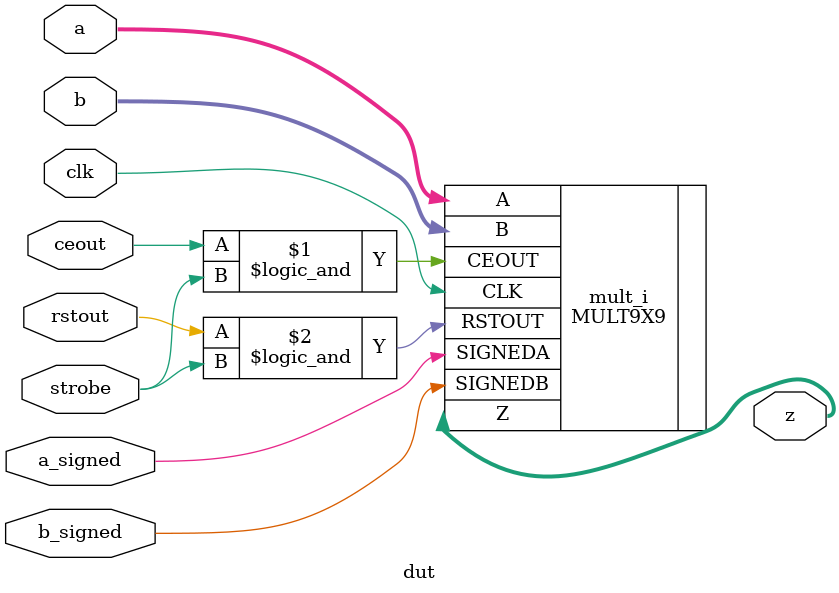
<source format=v>
module dut(
	input clk, strobe,
	input ceout, rstout,
	input a_signed, b_signed,
	input [8:0] a, b,
	output [17:0] z
);

	MULT9X9 #(
		.REGINPUTA("BYPASS"),
		.REGINPUTB("BYPASS"),
		.REGOUTPUT("REGISTER"),
		.GSR("DISABLED")
	) mult_i (
		.CLK(clk),
		.A(a),
		.B(b),
		.SIGNEDA(a_signed),
		.SIGNEDB(b_signed),
		.CEOUT(ceout && strobe), .RSTOUT(rstout && strobe),
		.Z(z)
	);

endmodule

</source>
